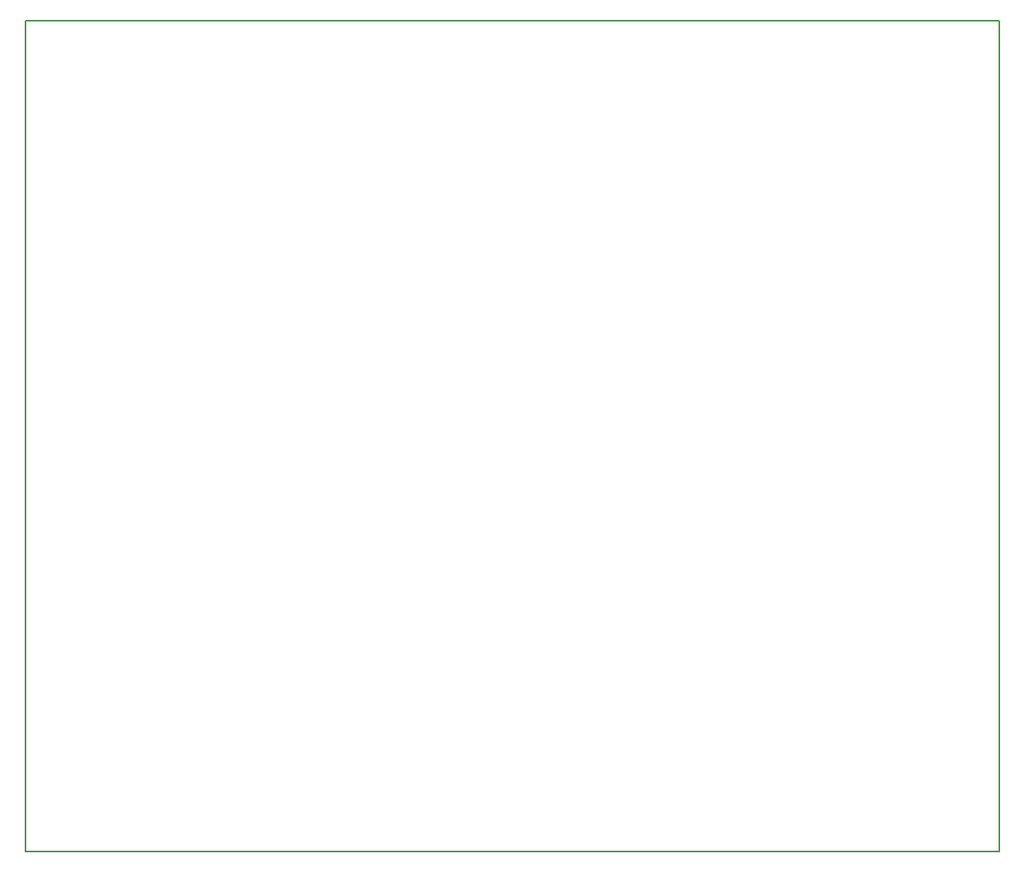
<source format=gbr>
G04 #@! TF.GenerationSoftware,KiCad,Pcbnew,5.1.4+dfsg1-1*
G04 #@! TF.CreationDate,2019-09-21T14:15:38+01:00*
G04 #@! TF.ProjectId,arduino_duo_shield,61726475-696e-46f5-9f64-756f5f736869,rev?*
G04 #@! TF.SameCoordinates,PX6296c50PY74079d0*
G04 #@! TF.FileFunction,Other,User*
%FSLAX46Y46*%
G04 Gerber Fmt 4.6, Leading zero omitted, Abs format (unit mm)*
G04 Created by KiCad (PCBNEW 5.1.4+dfsg1-1) date 2019-09-21 14:15:38*
%MOMM*%
%LPD*%
G04 APERTURE LIST*
%ADD10C,0.150000*%
G04 APERTURE END LIST*
D10*
X-1143000Y-889000D02*
X-1143000Y87376000D01*
X102362000Y-889000D02*
X-1143000Y-889000D01*
X102362000Y87376000D02*
X102362000Y-889000D01*
X-1143000Y87376000D02*
X102362000Y87376000D01*
M02*

</source>
